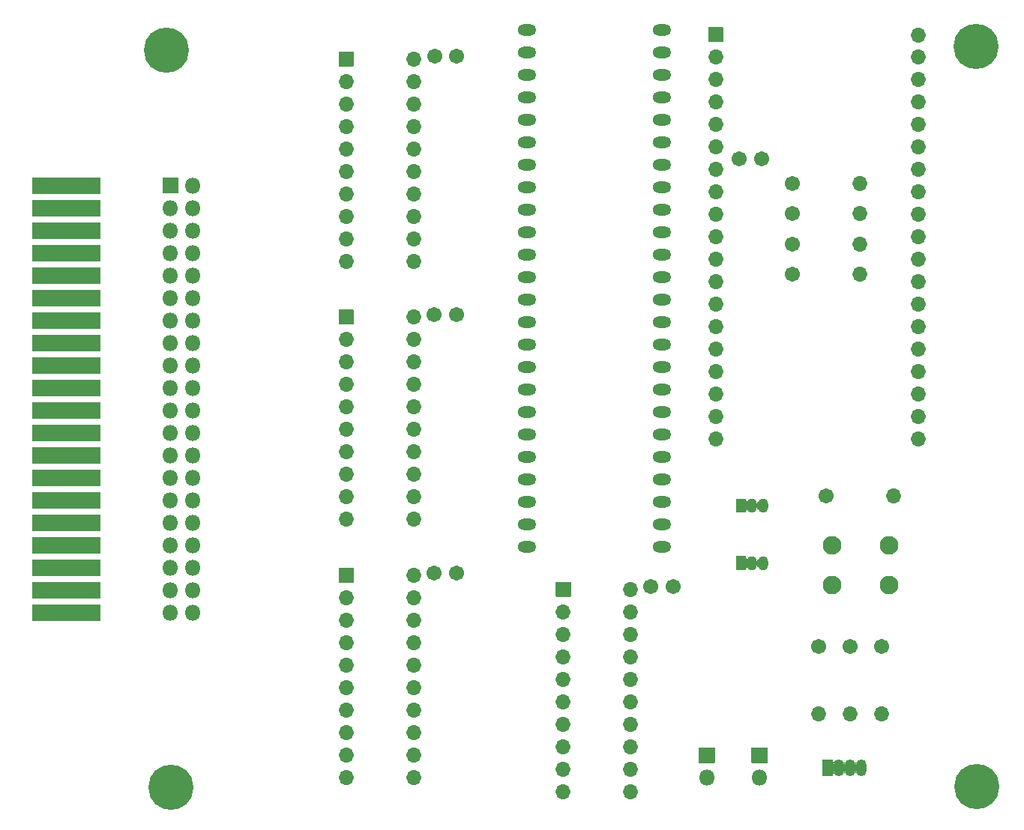
<source format=gbr>
%TF.GenerationSoftware,KiCad,Pcbnew,(5.1.10-1-10_14)*%
%TF.CreationDate,2021-11-12T16:12:36-08:00*%
%TF.ProjectId,TRS-IO-M1,5452532d-494f-42d4-9d31-2e6b69636164,rev?*%
%TF.SameCoordinates,Original*%
%TF.FileFunction,Soldermask,Bot*%
%TF.FilePolarity,Negative*%
%FSLAX46Y46*%
G04 Gerber Fmt 4.6, Leading zero omitted, Abs format (unit mm)*
G04 Created by KiCad (PCBNEW (5.1.10-1-10_14)) date 2021-11-12 16:12:36*
%MOMM*%
%LPD*%
G01*
G04 APERTURE LIST*
%ADD10O,1.702000X1.702000*%
%ADD11C,2.102000*%
%ADD12C,1.702000*%
%ADD13O,1.802000X1.802000*%
%ADD14O,1.172000X1.902000*%
%ADD15O,1.152000X1.602000*%
%ADD16O,2.102000X1.302000*%
%ADD17C,5.102000*%
%ADD18C,0.902000*%
%ADD19C,0.100000*%
G04 APERTURE END LIST*
D10*
%TO.C,U1*%
X203276200Y-51752500D03*
X203276200Y-54229000D03*
X180416200Y-97409000D03*
X203276200Y-56769000D03*
X180416200Y-94869000D03*
X203276200Y-59309000D03*
X180416200Y-92329000D03*
X203276200Y-61849000D03*
X180416200Y-89789000D03*
X203276200Y-64389000D03*
X180416200Y-87249000D03*
X203276200Y-66929000D03*
X180416200Y-84709000D03*
X203276200Y-69469000D03*
X180416200Y-82169000D03*
X203276200Y-72009000D03*
X180416200Y-79629000D03*
X203276200Y-74549000D03*
X180416200Y-77089000D03*
X203276200Y-77089000D03*
X180416200Y-74549000D03*
X203276200Y-79629000D03*
X180416200Y-72009000D03*
X203276200Y-82169000D03*
X180416200Y-69469000D03*
X203276200Y-84709000D03*
X180416200Y-66929000D03*
X203276200Y-87249000D03*
X180416200Y-64389000D03*
X203276200Y-89789000D03*
X180416200Y-61849000D03*
X203276200Y-92329000D03*
X180416200Y-59309000D03*
X203276200Y-94869000D03*
X180416200Y-56769000D03*
X203276200Y-97409000D03*
X180416200Y-54229000D03*
G36*
G01*
X179565200Y-52489000D02*
X179565200Y-50889000D01*
G75*
G02*
X179616200Y-50838000I51000J0D01*
G01*
X181216200Y-50838000D01*
G75*
G02*
X181267200Y-50889000I0J-51000D01*
G01*
X181267200Y-52489000D01*
G75*
G02*
X181216200Y-52540000I-51000J0D01*
G01*
X179616200Y-52540000D01*
G75*
G02*
X179565200Y-52489000I0J51000D01*
G01*
G37*
%TD*%
D11*
%TO.C,SW1*%
X200044900Y-109397800D03*
X200044900Y-113897800D03*
X193544900Y-109397800D03*
X193544900Y-113897800D03*
%TD*%
D10*
%TO.C,R4*%
X200494900Y-103809800D03*
D12*
X192874900Y-103809800D03*
%TD*%
D10*
%TO.C,R3*%
X195605400Y-128447800D03*
D12*
X195605400Y-120827800D03*
%TD*%
D10*
%TO.C,R2*%
X199161400Y-128447800D03*
D12*
X199161400Y-120827800D03*
%TD*%
D10*
%TO.C,R1*%
X192049400Y-128447800D03*
D12*
X192049400Y-120827800D03*
%TD*%
%TO.C,J2*%
G36*
G01*
X110871000Y-69723200D02*
X103251000Y-69723200D01*
G75*
G02*
X103200000Y-69672200I0J51000D01*
G01*
X103200000Y-67894200D01*
G75*
G02*
X103251000Y-67843200I51000J0D01*
G01*
X110871000Y-67843200D01*
G75*
G02*
X110922000Y-67894200I0J-51000D01*
G01*
X110922000Y-69672200D01*
G75*
G02*
X110871000Y-69723200I-51000J0D01*
G01*
G37*
G36*
G01*
X110871000Y-72263200D02*
X103251000Y-72263200D01*
G75*
G02*
X103200000Y-72212200I0J51000D01*
G01*
X103200000Y-70434200D01*
G75*
G02*
X103251000Y-70383200I51000J0D01*
G01*
X110871000Y-70383200D01*
G75*
G02*
X110922000Y-70434200I0J-51000D01*
G01*
X110922000Y-72212200D01*
G75*
G02*
X110871000Y-72263200I-51000J0D01*
G01*
G37*
G36*
G01*
X110871000Y-74803200D02*
X103251000Y-74803200D01*
G75*
G02*
X103200000Y-74752200I0J51000D01*
G01*
X103200000Y-72974200D01*
G75*
G02*
X103251000Y-72923200I51000J0D01*
G01*
X110871000Y-72923200D01*
G75*
G02*
X110922000Y-72974200I0J-51000D01*
G01*
X110922000Y-74752200D01*
G75*
G02*
X110871000Y-74803200I-51000J0D01*
G01*
G37*
G36*
G01*
X110871000Y-77343200D02*
X103251000Y-77343200D01*
G75*
G02*
X103200000Y-77292200I0J51000D01*
G01*
X103200000Y-75514200D01*
G75*
G02*
X103251000Y-75463200I51000J0D01*
G01*
X110871000Y-75463200D01*
G75*
G02*
X110922000Y-75514200I0J-51000D01*
G01*
X110922000Y-77292200D01*
G75*
G02*
X110871000Y-77343200I-51000J0D01*
G01*
G37*
G36*
G01*
X110871000Y-79883200D02*
X103251000Y-79883200D01*
G75*
G02*
X103200000Y-79832200I0J51000D01*
G01*
X103200000Y-78054200D01*
G75*
G02*
X103251000Y-78003200I51000J0D01*
G01*
X110871000Y-78003200D01*
G75*
G02*
X110922000Y-78054200I0J-51000D01*
G01*
X110922000Y-79832200D01*
G75*
G02*
X110871000Y-79883200I-51000J0D01*
G01*
G37*
G36*
G01*
X110871000Y-82423200D02*
X103251000Y-82423200D01*
G75*
G02*
X103200000Y-82372200I0J51000D01*
G01*
X103200000Y-80594200D01*
G75*
G02*
X103251000Y-80543200I51000J0D01*
G01*
X110871000Y-80543200D01*
G75*
G02*
X110922000Y-80594200I0J-51000D01*
G01*
X110922000Y-82372200D01*
G75*
G02*
X110871000Y-82423200I-51000J0D01*
G01*
G37*
G36*
G01*
X110871000Y-84963200D02*
X103251000Y-84963200D01*
G75*
G02*
X103200000Y-84912200I0J51000D01*
G01*
X103200000Y-83134200D01*
G75*
G02*
X103251000Y-83083200I51000J0D01*
G01*
X110871000Y-83083200D01*
G75*
G02*
X110922000Y-83134200I0J-51000D01*
G01*
X110922000Y-84912200D01*
G75*
G02*
X110871000Y-84963200I-51000J0D01*
G01*
G37*
G36*
G01*
X110871000Y-87503200D02*
X103251000Y-87503200D01*
G75*
G02*
X103200000Y-87452200I0J51000D01*
G01*
X103200000Y-85674200D01*
G75*
G02*
X103251000Y-85623200I51000J0D01*
G01*
X110871000Y-85623200D01*
G75*
G02*
X110922000Y-85674200I0J-51000D01*
G01*
X110922000Y-87452200D01*
G75*
G02*
X110871000Y-87503200I-51000J0D01*
G01*
G37*
G36*
G01*
X110871000Y-90043200D02*
X103251000Y-90043200D01*
G75*
G02*
X103200000Y-89992200I0J51000D01*
G01*
X103200000Y-88214200D01*
G75*
G02*
X103251000Y-88163200I51000J0D01*
G01*
X110871000Y-88163200D01*
G75*
G02*
X110922000Y-88214200I0J-51000D01*
G01*
X110922000Y-89992200D01*
G75*
G02*
X110871000Y-90043200I-51000J0D01*
G01*
G37*
G36*
G01*
X110871000Y-92583200D02*
X103251000Y-92583200D01*
G75*
G02*
X103200000Y-92532200I0J51000D01*
G01*
X103200000Y-90754200D01*
G75*
G02*
X103251000Y-90703200I51000J0D01*
G01*
X110871000Y-90703200D01*
G75*
G02*
X110922000Y-90754200I0J-51000D01*
G01*
X110922000Y-92532200D01*
G75*
G02*
X110871000Y-92583200I-51000J0D01*
G01*
G37*
G36*
G01*
X110871000Y-95123200D02*
X103251000Y-95123200D01*
G75*
G02*
X103200000Y-95072200I0J51000D01*
G01*
X103200000Y-93294200D01*
G75*
G02*
X103251000Y-93243200I51000J0D01*
G01*
X110871000Y-93243200D01*
G75*
G02*
X110922000Y-93294200I0J-51000D01*
G01*
X110922000Y-95072200D01*
G75*
G02*
X110871000Y-95123200I-51000J0D01*
G01*
G37*
G36*
G01*
X110871000Y-97663200D02*
X103251000Y-97663200D01*
G75*
G02*
X103200000Y-97612200I0J51000D01*
G01*
X103200000Y-95834200D01*
G75*
G02*
X103251000Y-95783200I51000J0D01*
G01*
X110871000Y-95783200D01*
G75*
G02*
X110922000Y-95834200I0J-51000D01*
G01*
X110922000Y-97612200D01*
G75*
G02*
X110871000Y-97663200I-51000J0D01*
G01*
G37*
G36*
G01*
X110871000Y-100203200D02*
X103251000Y-100203200D01*
G75*
G02*
X103200000Y-100152200I0J51000D01*
G01*
X103200000Y-98374200D01*
G75*
G02*
X103251000Y-98323200I51000J0D01*
G01*
X110871000Y-98323200D01*
G75*
G02*
X110922000Y-98374200I0J-51000D01*
G01*
X110922000Y-100152200D01*
G75*
G02*
X110871000Y-100203200I-51000J0D01*
G01*
G37*
G36*
G01*
X110871000Y-102743200D02*
X103251000Y-102743200D01*
G75*
G02*
X103200000Y-102692200I0J51000D01*
G01*
X103200000Y-100914200D01*
G75*
G02*
X103251000Y-100863200I51000J0D01*
G01*
X110871000Y-100863200D01*
G75*
G02*
X110922000Y-100914200I0J-51000D01*
G01*
X110922000Y-102692200D01*
G75*
G02*
X110871000Y-102743200I-51000J0D01*
G01*
G37*
G36*
G01*
X110871000Y-105283200D02*
X103251000Y-105283200D01*
G75*
G02*
X103200000Y-105232200I0J51000D01*
G01*
X103200000Y-103454200D01*
G75*
G02*
X103251000Y-103403200I51000J0D01*
G01*
X110871000Y-103403200D01*
G75*
G02*
X110922000Y-103454200I0J-51000D01*
G01*
X110922000Y-105232200D01*
G75*
G02*
X110871000Y-105283200I-51000J0D01*
G01*
G37*
G36*
G01*
X110871000Y-107823200D02*
X103251000Y-107823200D01*
G75*
G02*
X103200000Y-107772200I0J51000D01*
G01*
X103200000Y-105994200D01*
G75*
G02*
X103251000Y-105943200I51000J0D01*
G01*
X110871000Y-105943200D01*
G75*
G02*
X110922000Y-105994200I0J-51000D01*
G01*
X110922000Y-107772200D01*
G75*
G02*
X110871000Y-107823200I-51000J0D01*
G01*
G37*
G36*
G01*
X110871000Y-110363200D02*
X103251000Y-110363200D01*
G75*
G02*
X103200000Y-110312200I0J51000D01*
G01*
X103200000Y-108534200D01*
G75*
G02*
X103251000Y-108483200I51000J0D01*
G01*
X110871000Y-108483200D01*
G75*
G02*
X110922000Y-108534200I0J-51000D01*
G01*
X110922000Y-110312200D01*
G75*
G02*
X110871000Y-110363200I-51000J0D01*
G01*
G37*
G36*
G01*
X110871000Y-112903200D02*
X103251000Y-112903200D01*
G75*
G02*
X103200000Y-112852200I0J51000D01*
G01*
X103200000Y-111074200D01*
G75*
G02*
X103251000Y-111023200I51000J0D01*
G01*
X110871000Y-111023200D01*
G75*
G02*
X110922000Y-111074200I0J-51000D01*
G01*
X110922000Y-112852200D01*
G75*
G02*
X110871000Y-112903200I-51000J0D01*
G01*
G37*
G36*
G01*
X110871000Y-115443200D02*
X103251000Y-115443200D01*
G75*
G02*
X103200000Y-115392200I0J51000D01*
G01*
X103200000Y-113614200D01*
G75*
G02*
X103251000Y-113563200I51000J0D01*
G01*
X110871000Y-113563200D01*
G75*
G02*
X110922000Y-113614200I0J-51000D01*
G01*
X110922000Y-115392200D01*
G75*
G02*
X110871000Y-115443200I-51000J0D01*
G01*
G37*
G36*
G01*
X110871000Y-117983200D02*
X103251000Y-117983200D01*
G75*
G02*
X103200000Y-117932200I0J51000D01*
G01*
X103200000Y-116154200D01*
G75*
G02*
X103251000Y-116103200I51000J0D01*
G01*
X110871000Y-116103200D01*
G75*
G02*
X110922000Y-116154200I0J-51000D01*
G01*
X110922000Y-117932200D01*
G75*
G02*
X110871000Y-117983200I-51000J0D01*
G01*
G37*
%TD*%
D13*
%TO.C,J1*%
X121379000Y-117019200D03*
X118839000Y-117019200D03*
X121379000Y-114479200D03*
X118839000Y-114479200D03*
X121379000Y-111939200D03*
X118839000Y-111939200D03*
X121379000Y-109399200D03*
X118839000Y-109399200D03*
X121379000Y-106859200D03*
X118839000Y-106859200D03*
X121379000Y-104319200D03*
X118839000Y-104319200D03*
X121379000Y-101779200D03*
X118839000Y-101779200D03*
X121379000Y-99239200D03*
X118839000Y-99239200D03*
X121379000Y-96699200D03*
X118839000Y-96699200D03*
X121379000Y-94159200D03*
X118839000Y-94159200D03*
X121379000Y-91619200D03*
X118839000Y-91619200D03*
X121379000Y-89079200D03*
X118839000Y-89079200D03*
X121379000Y-86539200D03*
X118839000Y-86539200D03*
X121379000Y-83999200D03*
X118839000Y-83999200D03*
X121379000Y-81459200D03*
X118839000Y-81459200D03*
X121379000Y-78919200D03*
X118839000Y-78919200D03*
X121379000Y-76379200D03*
X118839000Y-76379200D03*
X121379000Y-73839200D03*
X118839000Y-73839200D03*
X121379000Y-71299200D03*
X118839000Y-71299200D03*
X121379000Y-68759200D03*
G36*
G01*
X117938000Y-69609200D02*
X117938000Y-67909200D01*
G75*
G02*
X117989000Y-67858200I51000J0D01*
G01*
X119689000Y-67858200D01*
G75*
G02*
X119740000Y-67909200I0J-51000D01*
G01*
X119740000Y-69609200D01*
G75*
G02*
X119689000Y-69660200I-51000J0D01*
G01*
X117989000Y-69660200D01*
G75*
G02*
X117938000Y-69609200I0J51000D01*
G01*
G37*
%TD*%
D14*
%TO.C,D1*%
X196875400Y-134543800D03*
X195605400Y-134543800D03*
X194335400Y-134543800D03*
G36*
G01*
X192479400Y-135443800D02*
X192479400Y-133643800D01*
G75*
G02*
X192530400Y-133592800I51000J0D01*
G01*
X193600400Y-133592800D01*
G75*
G02*
X193651400Y-133643800I0J-51000D01*
G01*
X193651400Y-135443800D01*
G75*
G02*
X193600400Y-135494800I-51000J0D01*
G01*
X192530400Y-135494800D01*
G75*
G02*
X192479400Y-135443800I0J51000D01*
G01*
G37*
%TD*%
D12*
%TO.C,R5*%
X189077600Y-78790800D03*
D10*
X196697600Y-78790800D03*
%TD*%
%TO.C,R6*%
X196697600Y-75361800D03*
D12*
X189077600Y-75361800D03*
%TD*%
%TO.C,R7*%
X189077600Y-71932800D03*
D10*
X196697600Y-71932800D03*
%TD*%
%TO.C,R8*%
X196697600Y-68503800D03*
D12*
X189077600Y-68503800D03*
%TD*%
%TO.C,C1*%
X148666200Y-54127400D03*
X151166200Y-54127400D03*
%TD*%
%TO.C,C2*%
X151115400Y-83312000D03*
X148615400Y-83312000D03*
%TD*%
%TO.C,C3*%
X148615400Y-112522000D03*
X151115400Y-112522000D03*
%TD*%
%TO.C,C4*%
X175626400Y-114071400D03*
X173126400Y-114071400D03*
%TD*%
%TO.C,C5*%
X183108600Y-65709800D03*
X185608600Y-65709800D03*
%TD*%
%TO.C,J4*%
G36*
G01*
X178524600Y-133996800D02*
X178524600Y-132296800D01*
G75*
G02*
X178575600Y-132245800I51000J0D01*
G01*
X180275600Y-132245800D01*
G75*
G02*
X180326600Y-132296800I0J-51000D01*
G01*
X180326600Y-133996800D01*
G75*
G02*
X180275600Y-134047800I-51000J0D01*
G01*
X178575600Y-134047800D01*
G75*
G02*
X178524600Y-133996800I0J51000D01*
G01*
G37*
D13*
X179425600Y-135686800D03*
%TD*%
%TO.C,J5*%
X185369200Y-135686800D03*
G36*
G01*
X184468200Y-133996800D02*
X184468200Y-132296800D01*
G75*
G02*
X184519200Y-132245800I51000J0D01*
G01*
X186219200Y-132245800D01*
G75*
G02*
X186270200Y-132296800I0J-51000D01*
G01*
X186270200Y-133996800D01*
G75*
G02*
X186219200Y-134047800I-51000J0D01*
G01*
X184519200Y-134047800D01*
G75*
G02*
X184468200Y-133996800I0J51000D01*
G01*
G37*
%TD*%
D15*
%TO.C,Q1*%
X184556400Y-104927400D03*
X185826400Y-104927400D03*
G36*
G01*
X182710400Y-105677400D02*
X182710400Y-104177400D01*
G75*
G02*
X182761400Y-104126400I51000J0D01*
G01*
X183811400Y-104126400D01*
G75*
G02*
X183862400Y-104177400I0J-51000D01*
G01*
X183862400Y-105677400D01*
G75*
G02*
X183811400Y-105728400I-51000J0D01*
G01*
X182761400Y-105728400D01*
G75*
G02*
X182710400Y-105677400I0J51000D01*
G01*
G37*
%TD*%
%TO.C,Q2*%
G36*
G01*
X182710400Y-112179800D02*
X182710400Y-110679800D01*
G75*
G02*
X182761400Y-110628800I51000J0D01*
G01*
X183811400Y-110628800D01*
G75*
G02*
X183862400Y-110679800I0J-51000D01*
G01*
X183862400Y-112179800D01*
G75*
G02*
X183811400Y-112230800I-51000J0D01*
G01*
X182761400Y-112230800D01*
G75*
G02*
X182710400Y-112179800I0J51000D01*
G01*
G37*
X185826400Y-111429800D03*
X184556400Y-111429800D03*
%TD*%
D16*
%TO.C,U2*%
X174371000Y-51130200D03*
X159131000Y-51130200D03*
X174371000Y-53670200D03*
X159131000Y-53670200D03*
X174371000Y-56210200D03*
X159131000Y-56210200D03*
X174371000Y-58750200D03*
X159131000Y-58750200D03*
X174371000Y-61290200D03*
X159131000Y-61290200D03*
X174371000Y-63830200D03*
X159131000Y-63830200D03*
X174371000Y-66370200D03*
X159131000Y-66370200D03*
X174371000Y-68910200D03*
X159131000Y-68910200D03*
X174371000Y-71450200D03*
X159131000Y-71450200D03*
X174371000Y-73990200D03*
X159131000Y-73990200D03*
X174371000Y-76530200D03*
X159131000Y-76530200D03*
X174371000Y-79070200D03*
X159131000Y-79070200D03*
X174371000Y-81610200D03*
X159131000Y-81610200D03*
X174371000Y-84150200D03*
X159131000Y-84150200D03*
X174371000Y-86690200D03*
X159131000Y-86690200D03*
X174371000Y-89230200D03*
X159131000Y-89230200D03*
X174371000Y-91770200D03*
X159131000Y-91770200D03*
X174371000Y-94310200D03*
X159131000Y-94310200D03*
X174371000Y-96850200D03*
X159131000Y-96850200D03*
X174371000Y-99390200D03*
X159131000Y-99390200D03*
X174371000Y-101930200D03*
X159131000Y-101930200D03*
X174371000Y-104470200D03*
X159131000Y-104470200D03*
X174371000Y-107010200D03*
X159131000Y-107010200D03*
X174371000Y-109550200D03*
X159131000Y-109550200D03*
%TD*%
%TO.C,U3*%
G36*
G01*
X137833000Y-55232200D02*
X137833000Y-53632200D01*
G75*
G02*
X137884000Y-53581200I51000J0D01*
G01*
X139484000Y-53581200D01*
G75*
G02*
X139535000Y-53632200I0J-51000D01*
G01*
X139535000Y-55232200D01*
G75*
G02*
X139484000Y-55283200I-51000J0D01*
G01*
X137884000Y-55283200D01*
G75*
G02*
X137833000Y-55232200I0J51000D01*
G01*
G37*
D10*
X146304000Y-77292200D03*
X138684000Y-56972200D03*
X146304000Y-74752200D03*
X138684000Y-59512200D03*
X146304000Y-72212200D03*
X138684000Y-62052200D03*
X146304000Y-69672200D03*
X138684000Y-64592200D03*
X146304000Y-67132200D03*
X138684000Y-67132200D03*
X146304000Y-64592200D03*
X138684000Y-69672200D03*
X146304000Y-62052200D03*
X138684000Y-72212200D03*
X146304000Y-59512200D03*
X138684000Y-74752200D03*
X146304000Y-56972200D03*
X138684000Y-77292200D03*
X146304000Y-54432200D03*
%TD*%
%TO.C,U4*%
X146304000Y-83616800D03*
X138684000Y-106476800D03*
X146304000Y-86156800D03*
X138684000Y-103936800D03*
X146304000Y-88696800D03*
X138684000Y-101396800D03*
X146304000Y-91236800D03*
X138684000Y-98856800D03*
X146304000Y-93776800D03*
X138684000Y-96316800D03*
X146304000Y-96316800D03*
X138684000Y-93776800D03*
X146304000Y-98856800D03*
X138684000Y-91236800D03*
X146304000Y-101396800D03*
X138684000Y-88696800D03*
X146304000Y-103936800D03*
X138684000Y-86156800D03*
X146304000Y-106476800D03*
G36*
G01*
X137833000Y-84416800D02*
X137833000Y-82816800D01*
G75*
G02*
X137884000Y-82765800I51000J0D01*
G01*
X139484000Y-82765800D01*
G75*
G02*
X139535000Y-82816800I0J-51000D01*
G01*
X139535000Y-84416800D01*
G75*
G02*
X139484000Y-84467800I-51000J0D01*
G01*
X137884000Y-84467800D01*
G75*
G02*
X137833000Y-84416800I0J51000D01*
G01*
G37*
%TD*%
%TO.C,U5*%
G36*
G01*
X137833000Y-113601400D02*
X137833000Y-112001400D01*
G75*
G02*
X137884000Y-111950400I51000J0D01*
G01*
X139484000Y-111950400D01*
G75*
G02*
X139535000Y-112001400I0J-51000D01*
G01*
X139535000Y-113601400D01*
G75*
G02*
X139484000Y-113652400I-51000J0D01*
G01*
X137884000Y-113652400D01*
G75*
G02*
X137833000Y-113601400I0J51000D01*
G01*
G37*
X146304000Y-135661400D03*
X138684000Y-115341400D03*
X146304000Y-133121400D03*
X138684000Y-117881400D03*
X146304000Y-130581400D03*
X138684000Y-120421400D03*
X146304000Y-128041400D03*
X138684000Y-122961400D03*
X146304000Y-125501400D03*
X138684000Y-125501400D03*
X146304000Y-122961400D03*
X138684000Y-128041400D03*
X146304000Y-120421400D03*
X138684000Y-130581400D03*
X146304000Y-117881400D03*
X138684000Y-133121400D03*
X146304000Y-115341400D03*
X138684000Y-135661400D03*
X146304000Y-112801400D03*
%TD*%
%TO.C,U6*%
X170840400Y-114376200D03*
X163220400Y-137236200D03*
X170840400Y-116916200D03*
X163220400Y-134696200D03*
X170840400Y-119456200D03*
X163220400Y-132156200D03*
X170840400Y-121996200D03*
X163220400Y-129616200D03*
X170840400Y-124536200D03*
X163220400Y-127076200D03*
X170840400Y-127076200D03*
X163220400Y-124536200D03*
X170840400Y-129616200D03*
X163220400Y-121996200D03*
X170840400Y-132156200D03*
X163220400Y-119456200D03*
X170840400Y-134696200D03*
X163220400Y-116916200D03*
X170840400Y-137236200D03*
G36*
G01*
X162369400Y-115176200D02*
X162369400Y-113576200D01*
G75*
G02*
X162420400Y-113525200I51000J0D01*
G01*
X164020400Y-113525200D01*
G75*
G02*
X164071400Y-113576200I0J-51000D01*
G01*
X164071400Y-115176200D01*
G75*
G02*
X164020400Y-115227200I-51000J0D01*
G01*
X162420400Y-115227200D01*
G75*
G02*
X162369400Y-115176200I0J51000D01*
G01*
G37*
%TD*%
D17*
%TO.C,H1*%
X118400000Y-53450000D03*
D18*
X120275000Y-53450000D03*
X119725825Y-54775825D03*
X118400000Y-55325000D03*
X117074175Y-54775825D03*
X116525000Y-53450000D03*
X117074175Y-52124175D03*
X118400000Y-51575000D03*
X119725825Y-52124175D03*
%TD*%
%TO.C,H2*%
X211175825Y-51674175D03*
X209850000Y-51125000D03*
X208524175Y-51674175D03*
X207975000Y-53000000D03*
X208524175Y-54325825D03*
X209850000Y-54875000D03*
X211175825Y-54325825D03*
X211725000Y-53000000D03*
D17*
X209850000Y-53000000D03*
%TD*%
%TO.C,H3*%
X118900000Y-136800000D03*
D18*
X120775000Y-136800000D03*
X120225825Y-138125825D03*
X118900000Y-138675000D03*
X117574175Y-138125825D03*
X117025000Y-136800000D03*
X117574175Y-135474175D03*
X118900000Y-134925000D03*
X120225825Y-135474175D03*
%TD*%
%TO.C,H4*%
X211275825Y-135374175D03*
X209950000Y-134825000D03*
X208624175Y-135374175D03*
X208075000Y-136700000D03*
X208624175Y-138025825D03*
X209950000Y-138575000D03*
X211275825Y-138025825D03*
X211825000Y-136700000D03*
D17*
X209950000Y-136700000D03*
%TD*%
D19*
G36*
X193653390Y-133744392D02*
G01*
X193655772Y-133768579D01*
X193662772Y-133791654D01*
X193674137Y-133812918D01*
X193689432Y-133831555D01*
X193708069Y-133846850D01*
X193729333Y-133858215D01*
X193752408Y-133865215D01*
X193776399Y-133867578D01*
X193800390Y-133865215D01*
X193823465Y-133858215D01*
X193844685Y-133846873D01*
X193868641Y-133825160D01*
X193870596Y-133824738D01*
X193871939Y-133826220D01*
X193871530Y-133827911D01*
X193849830Y-133854353D01*
X193795864Y-133955318D01*
X193762630Y-134064873D01*
X193751400Y-134178894D01*
X193751400Y-134908706D01*
X193762630Y-135022728D01*
X193795865Y-135132283D01*
X193849831Y-135233248D01*
X193870230Y-135258104D01*
X193870556Y-135260078D01*
X193869010Y-135261346D01*
X193867270Y-135260787D01*
X193854423Y-135247940D01*
X193834375Y-135234545D01*
X193812102Y-135225319D01*
X193788451Y-135220615D01*
X193764345Y-135220615D01*
X193740695Y-135225320D01*
X193718421Y-135234546D01*
X193698374Y-135247941D01*
X193681327Y-135264988D01*
X193667932Y-135285036D01*
X193658723Y-135307266D01*
X193653378Y-135343305D01*
X193652135Y-135344872D01*
X193650157Y-135344579D01*
X193649400Y-135343012D01*
X193649400Y-133744588D01*
X193650400Y-133742856D01*
X193652400Y-133742856D01*
X193653390Y-133744392D01*
G37*
G36*
X194865232Y-133928697D02*
G01*
X194875328Y-133943807D01*
X194892375Y-133960854D01*
X194912423Y-133974249D01*
X194934697Y-133983476D01*
X194958347Y-133988180D01*
X194982453Y-133988180D01*
X195006103Y-133983476D01*
X195028377Y-133974249D01*
X195048424Y-133960855D01*
X195065471Y-133943808D01*
X195075568Y-133928697D01*
X195077362Y-133927812D01*
X195079025Y-133928923D01*
X195078995Y-133930751D01*
X195065864Y-133955318D01*
X195032630Y-134064873D01*
X195021400Y-134178894D01*
X195021400Y-134908706D01*
X195032630Y-135022728D01*
X195065865Y-135132283D01*
X195078992Y-135156842D01*
X195078926Y-135158841D01*
X195077163Y-135159784D01*
X195075565Y-135158896D01*
X195065473Y-135143792D01*
X195048426Y-135126745D01*
X195028379Y-135113350D01*
X195006105Y-135104124D01*
X194982455Y-135099419D01*
X194958349Y-135099419D01*
X194934699Y-135104123D01*
X194912425Y-135113349D01*
X194892377Y-135126744D01*
X194875330Y-135143791D01*
X194865231Y-135158906D01*
X194863437Y-135159791D01*
X194861774Y-135158680D01*
X194861804Y-135156852D01*
X194874936Y-135132283D01*
X194908170Y-135022728D01*
X194919400Y-134908706D01*
X194919400Y-134178894D01*
X194908170Y-134064872D01*
X194874936Y-133955317D01*
X194861805Y-133930751D01*
X194861871Y-133928752D01*
X194863634Y-133927809D01*
X194865232Y-133928697D01*
G37*
G36*
X196135232Y-133928697D02*
G01*
X196145328Y-133943807D01*
X196162375Y-133960854D01*
X196182423Y-133974249D01*
X196204697Y-133983476D01*
X196228347Y-133988180D01*
X196252453Y-133988180D01*
X196276103Y-133983476D01*
X196298377Y-133974249D01*
X196318424Y-133960855D01*
X196335471Y-133943808D01*
X196345568Y-133928697D01*
X196347362Y-133927812D01*
X196349025Y-133928923D01*
X196348995Y-133930751D01*
X196335864Y-133955318D01*
X196302630Y-134064873D01*
X196291400Y-134178894D01*
X196291400Y-134908706D01*
X196302630Y-135022728D01*
X196335865Y-135132283D01*
X196348992Y-135156842D01*
X196348926Y-135158841D01*
X196347163Y-135159784D01*
X196345565Y-135158896D01*
X196335473Y-135143792D01*
X196318426Y-135126745D01*
X196298379Y-135113350D01*
X196276105Y-135104124D01*
X196252455Y-135099419D01*
X196228349Y-135099419D01*
X196204699Y-135104123D01*
X196182425Y-135113349D01*
X196162377Y-135126744D01*
X196145330Y-135143791D01*
X196135231Y-135158906D01*
X196133437Y-135159791D01*
X196131774Y-135158680D01*
X196131804Y-135156852D01*
X196144936Y-135132283D01*
X196178170Y-135022728D01*
X196189400Y-134908706D01*
X196189400Y-134178894D01*
X196178170Y-134064872D01*
X196144936Y-133955317D01*
X196131805Y-133930751D01*
X196131871Y-133928752D01*
X196133634Y-133927809D01*
X196135232Y-133928697D01*
G37*
G36*
X183864390Y-110798265D02*
G01*
X183866772Y-110822452D01*
X183873772Y-110845527D01*
X183885137Y-110866791D01*
X183900432Y-110885428D01*
X183919069Y-110900723D01*
X183940333Y-110912088D01*
X183963408Y-110919088D01*
X183987399Y-110921451D01*
X184011390Y-110919088D01*
X184034465Y-110912088D01*
X184055729Y-110900723D01*
X184074405Y-110885396D01*
X184075739Y-110883924D01*
X184077643Y-110883312D01*
X184079125Y-110884655D01*
X184078985Y-110886210D01*
X184026102Y-110985144D01*
X183993438Y-111092824D01*
X183982400Y-111204894D01*
X183982400Y-111654706D01*
X183993438Y-111766777D01*
X184026102Y-111874457D01*
X184079146Y-111973692D01*
X184081236Y-111976238D01*
X184081562Y-111978212D01*
X184080016Y-111979480D01*
X184078276Y-111978921D01*
X184065423Y-111966068D01*
X184045376Y-111952673D01*
X184023102Y-111943447D01*
X183999451Y-111938743D01*
X183975345Y-111938743D01*
X183951695Y-111943448D01*
X183929421Y-111952674D01*
X183909374Y-111966069D01*
X183892327Y-111983116D01*
X183878932Y-112003163D01*
X183869723Y-112025394D01*
X183864378Y-112061433D01*
X183863135Y-112063000D01*
X183861157Y-112062707D01*
X183860400Y-112061140D01*
X183860400Y-110798461D01*
X183861400Y-110796729D01*
X183863400Y-110796729D01*
X183864390Y-110798265D01*
G37*
G36*
X185300021Y-110976040D02*
G01*
X185299991Y-110977868D01*
X185296102Y-110985144D01*
X185263438Y-111092824D01*
X185252400Y-111204894D01*
X185252400Y-111654706D01*
X185263438Y-111766777D01*
X185296102Y-111874457D01*
X185299991Y-111881733D01*
X185299925Y-111883732D01*
X185298162Y-111884675D01*
X185296564Y-111883787D01*
X185286471Y-111868682D01*
X185269424Y-111851635D01*
X185249376Y-111838240D01*
X185227102Y-111829014D01*
X185203452Y-111824310D01*
X185179346Y-111824310D01*
X185155696Y-111829015D01*
X185133422Y-111838241D01*
X185113375Y-111851636D01*
X185096328Y-111868683D01*
X185086236Y-111883787D01*
X185084442Y-111884672D01*
X185082779Y-111883561D01*
X185082809Y-111881733D01*
X185086698Y-111874457D01*
X185119362Y-111766777D01*
X185130400Y-111654705D01*
X185130400Y-111204894D01*
X185119362Y-111092823D01*
X185086698Y-110985143D01*
X185082811Y-110977872D01*
X185082877Y-110975873D01*
X185084640Y-110974930D01*
X185086238Y-110975818D01*
X185096329Y-110990919D01*
X185113376Y-111007966D01*
X185133423Y-111021361D01*
X185155697Y-111030587D01*
X185179347Y-111035291D01*
X185203454Y-111035291D01*
X185227104Y-111030586D01*
X185249378Y-111021360D01*
X185269425Y-111007965D01*
X185286472Y-110990918D01*
X185296564Y-110975814D01*
X185298358Y-110974929D01*
X185300021Y-110976040D01*
G37*
G36*
X183864390Y-104295865D02*
G01*
X183866772Y-104320052D01*
X183873772Y-104343127D01*
X183885137Y-104364391D01*
X183900432Y-104383028D01*
X183919069Y-104398323D01*
X183940333Y-104409688D01*
X183963408Y-104416688D01*
X183987399Y-104419051D01*
X184011390Y-104416688D01*
X184034465Y-104409688D01*
X184055729Y-104398323D01*
X184074405Y-104382996D01*
X184075739Y-104381524D01*
X184077643Y-104380912D01*
X184079125Y-104382255D01*
X184078985Y-104383810D01*
X184026102Y-104482744D01*
X183993438Y-104590424D01*
X183982400Y-104702494D01*
X183982400Y-105152306D01*
X183993438Y-105264377D01*
X184026102Y-105372057D01*
X184079146Y-105471292D01*
X184081236Y-105473838D01*
X184081562Y-105475812D01*
X184080016Y-105477080D01*
X184078276Y-105476521D01*
X184065423Y-105463668D01*
X184045376Y-105450273D01*
X184023102Y-105441047D01*
X183999451Y-105436343D01*
X183975345Y-105436343D01*
X183951695Y-105441048D01*
X183929421Y-105450274D01*
X183909374Y-105463669D01*
X183892327Y-105480716D01*
X183878932Y-105500763D01*
X183869723Y-105522994D01*
X183864378Y-105559033D01*
X183863135Y-105560600D01*
X183861157Y-105560307D01*
X183860400Y-105558740D01*
X183860400Y-104296061D01*
X183861400Y-104294329D01*
X183863400Y-104294329D01*
X183864390Y-104295865D01*
G37*
G36*
X185300021Y-104473640D02*
G01*
X185299991Y-104475468D01*
X185296102Y-104482744D01*
X185263438Y-104590424D01*
X185252400Y-104702494D01*
X185252400Y-105152306D01*
X185263438Y-105264377D01*
X185296102Y-105372057D01*
X185299991Y-105379333D01*
X185299925Y-105381332D01*
X185298162Y-105382275D01*
X185296564Y-105381387D01*
X185286471Y-105366282D01*
X185269424Y-105349235D01*
X185249376Y-105335840D01*
X185227102Y-105326614D01*
X185203452Y-105321910D01*
X185179346Y-105321910D01*
X185155696Y-105326615D01*
X185133422Y-105335841D01*
X185113375Y-105349236D01*
X185096328Y-105366283D01*
X185086236Y-105381387D01*
X185084442Y-105382272D01*
X185082779Y-105381161D01*
X185082809Y-105379333D01*
X185086698Y-105372057D01*
X185119362Y-105264377D01*
X185130400Y-105152305D01*
X185130400Y-104702494D01*
X185119362Y-104590423D01*
X185086698Y-104482743D01*
X185082811Y-104475472D01*
X185082877Y-104473473D01*
X185084640Y-104472530D01*
X185086238Y-104473418D01*
X185096329Y-104488519D01*
X185113376Y-104505566D01*
X185133423Y-104518961D01*
X185155697Y-104528187D01*
X185179347Y-104532891D01*
X185203454Y-104532891D01*
X185227104Y-104528186D01*
X185249378Y-104518960D01*
X185269425Y-104505565D01*
X185286472Y-104488518D01*
X185296564Y-104473414D01*
X185298358Y-104472529D01*
X185300021Y-104473640D01*
G37*
M02*

</source>
